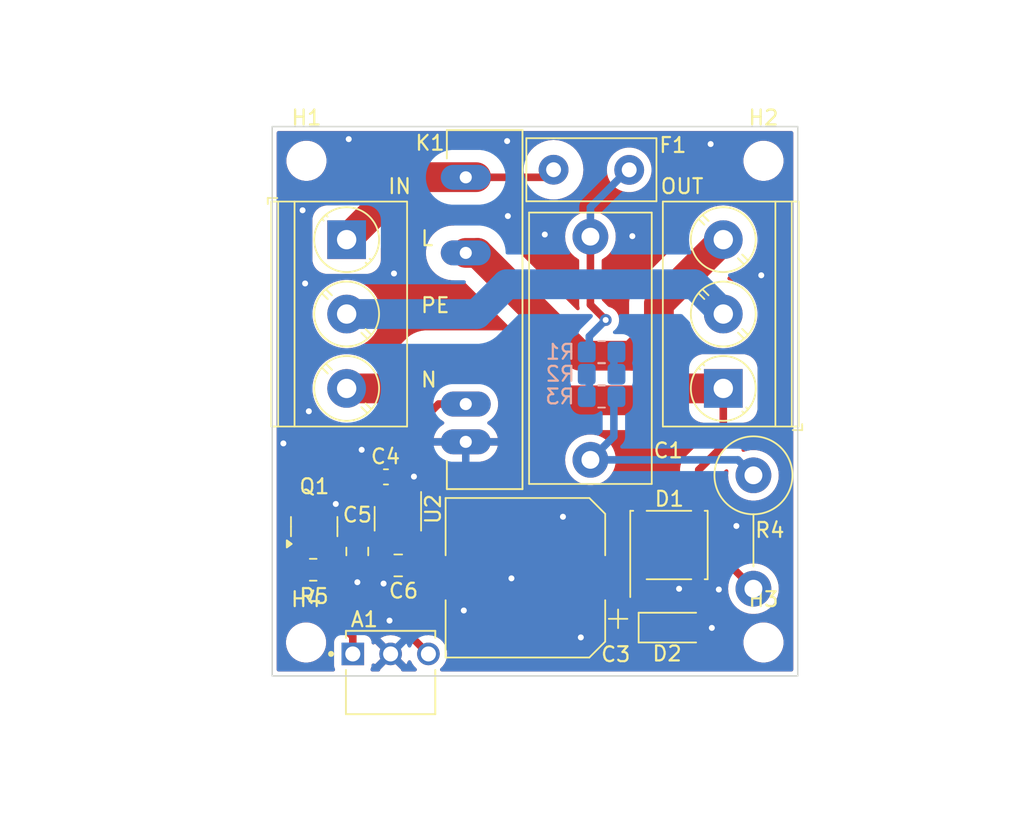
<source format=kicad_pcb>
(kicad_pcb (version 20240108) (generator "pcbnew") (generator_version "8.0")
  (title_block (date "2023-10-19") (comment 1 "https://aisler.net/p/HPFIOOUA") (comment 4 "AISLER Project ID: HPFIOOUA"))
  (layers (0 "F.Cu" mixed) (31 "B.Cu" mixed) (34 "B.Paste" user) (35 "F.Paste" user) (36 "B.SilkS" user "B.Silkscreen") (37 "F.SilkS" user "F.Silkscreen") (38 "B.Mask" user) (39 "F.Mask" user) (44 "Edge.Cuts" user))
  (net 0 "")
  (net 1 "Net-(C1-Pad1)")
  (net 2 "/N")
  (net 3 "/L")
  (net 4 "/PE")
  (net 5 "/L_LOAD")
  (net 6 "Net-(R2-Pad2)")
  (net 7 "Net-(C1-Pad2)")
  (net 8 "+5V")
  (net 9 "GND")
  (net 10 "+5VA")
  (net 11 "Net-(U2-BP)")
  (net 12 "Net-(A1-OUT)")
  (net 13 "Net-(D1-Pad4)")
  (net 14 "/IR receiver/SWITCH")
  (net 15 "Net-(R1-Pad2)")
  (footprint "MountingHole:MountingHole_2.2mm_M2_ISO14580" (layer "F.Cu") (at 87.6 37.1)
    (property "Reference" "H1" (at 0 -2.9 0) (layer "F.SilkS"))
    (property "Value" "MountingHole")
    (pad "" np_thru_hole circle (at 0 0) (size 2.2 2.2) (drill 2.2) (layers "*.Cu" "*.Mask"))
  )
  (footprint "Package_TO_SOT_SMD:SOT-23-5" (layer "F.Cu") (at 93.74 61.1575 -90)
    (property "Reference" "U2" (at -0.6525 -2.37 -90) (layer "F.SilkS"))
    (property "Value" "LP2985-5.0")
    (fp_line (start 0 1.56) (end -0.8 1.56) (stroke (width 0.12)) (layer "F.SilkS"))
    (fp_line (start 0 1.56) (end 0.8 1.56) (stroke (width 0.12)) (layer "F.SilkS"))
    (fp_line (start 0 -1.56) (end -1.8 -1.56) (stroke (width 0.12)) (layer "F.SilkS"))
    (fp_line (start 0 -1.56) (end 0.8 -1.56) (stroke (width 0.12)) (layer "F.SilkS"))
    (pad "1" smd roundrect (at -1.1375 -0.95 270) (size 1.325 0.6) (layers "F.Cu" "F.Paste" "F.Mask") (net 10 "+5VA"))
    (pad "2" smd roundrect (at -1.1375 0 270) (size 1.325 0.6) (layers "F.Cu" "F.Paste" "F.Mask") (net 9 "GND"))
    (pad "3" smd roundrect (at -1.1375 0.95 270) (size 1.325 0.6) (layers "F.Cu" "F.Paste" "F.Mask") (net 10 "+5VA"))
    (pad "4" smd roundrect (at 1.1375 0.95 270) (size 1.325 0.6) (layers "F.Cu" "F.Paste" "F.Mask") (net 11 "Net-(U2-BP)"))
    (pad "5" smd roundrect (at 1.1375 -0.95 270) (size 1.325 0.6) (layers "F.Cu" "F.Paste" "F.Mask") (net 8 "+5V"))
  )
  (footprint "Package_TO_SOT_SMD:SOT-23" (layer "F.Cu") (at 88.12 61.6875 90)
    (property "Reference" "Q1" (at 2.7025 0.01 0) (layer "F.SilkS"))
    (property "Value" "DMG2305UX")
    (fp_line (start 0.65 -1.56) (end 0 -1.56) (stroke (width 0.12)) (layer "F.SilkS"))
    (fp_line (start -0.65 -1.56) (end 0 -1.56) (stroke (width 0.12)) (layer "F.SilkS"))
    (fp_line (start 0.65 1.56) (end 0 1.56) (stroke (width 0.12)) (layer "F.SilkS"))
    (fp_line (start -0.65 1.56) (end 0 1.56) (stroke (width 0.12)) (layer "F.SilkS"))
    (fp_poly (pts (xy -1.1625 -1.51) (xy -1.4025 -1.84) (xy -0.9225 -1.84) (xy -1.1625 -1.51)) (stroke (width 0.12)) (fill solid) (layer "F.SilkS"))
    (pad "1" smd roundrect (at -0.9375 -0.95 90) (size 1.475 0.6) (layers "F.Cu" "F.Paste" "F.Mask") (net 12 "Net-(A1-OUT)"))
    (pad "2" smd roundrect (at -0.9375 0.95 90) (size 1.475 0.6) (layers "F.Cu" "F.Paste" "F.Mask") (net 8 "+5V"))
    (pad "3" smd roundrect (at 0.9375 0 90) (size 1.475 0.6) (layers "F.Cu" "F.Paste" "F.Mask") (net 14 "/IR receiver/SWITCH"))
  )
  (footprint "TerminalBlock_Phoenix:TerminalBlock_Phoenix_PT-1,5-3-5.0-H_1x03_P5.00mm_Horizontal" (layer "F.Cu") (at 115.6 52.4 90)
    (property "Reference" "J2" (hide yes))
    (property "Value" "1935174")
    (fp_line (start 12.56 -4.06) (end 12.56 5.06) (stroke (width 0.12)) (layer "F.SilkS"))
    (fp_line (start -2.56 -4.06) (end 12.56 -4.06) (stroke (width 0.12)) (layer "F.SilkS"))
    (fp_line (start -2.56 -4.06) (end -2.56 5.06) (stroke (width 0.12)) (layer "F.SilkS"))
    (fp_line (start 11.388 -1.654) (end 11.008 -1.274) (stroke (width 0.12)) (layer "F.SilkS"))
    (fp_line (start 6.388 -1.654) (end 6.008 -1.274) (stroke (width 0.12)) (layer "F.SilkS"))
    (fp_line (start 1.388 -1.654) (end 1.281 -1.547) (stroke (width 0.12)) (layer "F.SilkS"))
    (fp_line (start 11.654 -1.388) (end 11.259 -0.992) (stroke (width 0.12)) (layer "F.SilkS"))
    (fp_line (start 6.654 -1.388) (end 6.259 -0.992) (stroke (width 0.12)) (layer "F.SilkS"))
    (fp_line (start 1.654 -1.388) (end 1.547 -1.281) (stroke (width 0.12)) (layer "F.SilkS"))
    (fp_line (start 8.742 0.992) (end 8.347 1.388) (stroke (width 0.12)) (layer "F.SilkS"))
    (fp_line (start 3.742 0.992) (end 3.347 1.388) (stroke (width 0.12)) (layer "F.SilkS"))
    (fp_line (start 8.993 1.274) (end 8.613 1.654) (stroke (width 0.12)) (layer "F.SilkS"))
    (fp_line (start 3.993 1.274) (end 3.613 1.654) (stroke (width 0.12)) (layer "F.SilkS"))
    (fp_line (start -1.548 1.281) (end -1.654 1.388) (stroke (width 0.12)) (layer "F.SilkS"))
    (fp_line (start -1.282 1.547) (end -1.388 1.654) (stroke (width 0.12)) (layer "F.SilkS"))
    (fp_line (start -2.56 3.5) (end 12.56 3.5) (stroke (width 0.12)) (layer "F.SilkS"))
    (fp_line (start -2.56 4.6) (end 12.56 4.6) (stroke (width 0.12)) (layer "F.SilkS"))
    (fp_line (start -2.8 4.66) (end -2.8 5.3) (stroke (width 0.12)) (layer "F.SilkS"))
    (fp_line (start -2.56 5.06) (end 12.56 5.06) (stroke (width 0.12)) (layer "F.SilkS"))
    (fp_line (start -2.8 5.3) (end -2.4 5.3) (stroke (width 0.12)) (layer "F.SilkS"))
    (fp_circle (center 10 0) (end 12.18 0) (stroke (width 0.12)) (fill none) (layer "F.SilkS"))
    (fp_circle (center 5 0) (end 7.18 0) (stroke (width 0.12)) (fill none) (layer "F.SilkS"))
    (fp_circle (center 0 0) (end 2.18 0) (stroke (width 0.12)) (fill none) (layer "F.SilkS"))
    (pad "1" thru_hole rect (at 0 0 90) (size 2.6 2.6) (drill 1.3) (layers "*.Cu" "*.Mask") (net 2 "/N"))
    (pad "2" thru_hole circle (at 5 0 90) (size 2.6 2.6) (drill 1.3) (layers "*.Cu" "*.Mask") (net 4 "/PE"))
    (pad "3" thru_hole circle (at 10 0 90) (size 2.6 2.6) (drill 1.3) (layers "*.Cu" "*.Mask") (net 5 "/L_LOAD"))
  )
  (footprint "switch:XDCR_TSSP4038" (layer "F.Cu") (at 93.253 70.245)
    (property "Reference" "A1" (at -1.763 -2.32 0) (layer "F.SilkS"))
    (property "Value" "TSSP4038")
    (fp_line (start -3 -1.55) (end 3 -1.55) (stroke (width 0.127)) (layer "F.SilkS"))
    (fp_line (start -3 -1.08) (end -3 -1.55) (stroke (width 0.127)) (layer "F.SilkS"))
    (fp_line (start -3 4.05) (end -3 1.08) (stroke (width 0.127)) (layer "F.SilkS"))
    (fp_line (start 3 -1.55) (end 3 -1.08) (stroke (width 0.127)) (layer "F.SilkS"))
    (fp_line (start 3 4.05) (end -3 4.05) (stroke (width 0.127)) (layer "F.SilkS"))
    (fp_line (start 3 4.05) (end 3 1.08) (stroke (width 0.127)) (layer "F.SilkS"))
    (fp_circle (center -4 0) (end -3.9 0) (stroke (width 0.2)) (fill none) (layer "F.SilkS"))
    (pad "1" thru_hole rect (at -2.54 0) (size 1.518 1.518) (drill 1.01) (layers "*.Cu" "*.Mask") (net 12 "Net-(A1-OUT)"))
    (pad "2" thru_hole circle (at 0 0) (size 1.518 1.518) (drill 1.01) (layers "*.Cu" "*.Mask") (net 9 "GND"))
    (pad "3" thru_hole circle (at 2.54 0) (size 1.518 1.518) (drill 1.01) (layers "*.Cu" "*.Mask") (net 8 "+5V"))
  )
  (footprint "MountingHole:MountingHole_2.2mm_M2_ISO14580" (layer "F.Cu") (at 118.3 37.1)
    (property "Reference" "H2" (at 0 -2.9 0) (layer "F.SilkS"))
    (property "Value" "MountingHole")
    (pad "" np_thru_hole circle (at 0 0) (size 2.2 2.2) (drill 2.2) (layers "*.Cu" "*.Mask"))
  )
  (footprint "Capacitor_SMD:CP_Elec_10x12.5" (layer "F.Cu") (at 102.3075 65.125 180)
    (property "Reference" "C3" (at -6.0675 -5.15 0) (layer "F.SilkS"))
    (property "Value" "68u")
    (fp_line (start 5.36 5.36) (end 5.36 1.51) (stroke (width 0.12)) (layer "F.SilkS"))
    (fp_line (start 5.36 -5.36) (end 5.36 -1.51) (stroke (width 0.12)) (layer "F.SilkS"))
    (fp_line (start -4.295563 5.36) (end 5.36 5.36) (stroke (width 0.12)) (layer "F.SilkS"))
    (fp_line (start -4.295563 -5.36) (end 5.36 -5.36) (stroke (width 0.12)) (layer "F.SilkS"))
    (fp_line (start -5.36 4.295563) (end -4.295563 5.36) (stroke (width 0.12)) (layer "F.SilkS"))
    (fp_line (start -5.36 4.295563) (end -5.36 1.51) (stroke (width 0.12)) (layer "F.SilkS"))
    (fp_line (start -5.36 -4.295563) (end -4.295563 -5.36) (stroke (width 0.12)) (layer "F.SilkS"))
    (fp_line (start -5.36 -4.295563) (end -5.36 -1.51) (stroke (width 0.12)) (layer "F.SilkS"))
    (fp_line (start -6.225 -3.385) (end -6.225 -2.135) (stroke (width 0.12)) (layer "F.SilkS"))
    (fp_line (start -6.85 -2.76) (end -5.6 -2.76) (stroke (width 0.12)) (layer "F.SilkS"))
    (pad "1" smd roundrect (at -4.2 0 180) (size 4.4 2.5) (layers "F.Cu" "F.Paste" "F.Mask") (roundrect_rratio 0.1) (net 10 "+5VA"))
    (pad "2" smd roundrect (at 4.2 0 180) (size 4.4 2.5) (layers "F.Cu" "F.Paste" "F.Mask") (roundrect_rratio 0.1) (net 9 "GND"))
  )
  (footprint "Capacitor_SMD:C_0805_2012Metric" (layer "F.Cu") (at 93.765 64.295 180)
    (property "Reference" "C6" (at -0.355 -1.71 180) (layer "F.SilkS"))
    (property "Value" "2.2uF")
    (fp_line (start -0.261252 0.735) (end 0.261252 0.735) (stroke (width 0.12)) (layer "F.SilkS"))
    (fp_line (start -0.261252 -0.735) (end 0.261252 -0.735) (stroke (width 0.12)) (layer "F.SilkS"))
    (pad "1" smd roundrect (at -0.95 0 180) (size 1 1.45) (layers "F.Cu" "F.Paste" "F.Mask") (net 8 "+5V"))
    (pad "2" smd roundrect (at 0.95 0 180) (size 1 1.45) (layers "F.Cu" "F.Paste" "F.Mask") (net 9 "GND"))
  )
  (footprint "Resistor_SMD:R_0805_2012Metric" (layer "F.Cu") (at 88.0525 64.5875 180)
    (property "Reference" "R5" (at -0.0575 -1.7775 0) (layer "F.SilkS"))
    (property "Value" "100k")
    (fp_line (start 0.227064 0.735) (end -0.227064 0.735) (stroke (width 0.12)) (layer "F.SilkS"))
    (fp_line (start 0.227064 -0.735) (end -0.227064 -0.735) (stroke (width 0.12)) (layer "F.SilkS"))
    (pad "1" smd roundrect (at -0.9125 0 180) (size 1.025 1.4) (layers "F.Cu" "F.Paste" "F.Mask") (roundrect_rratio 0.243902439) (net 8 "+5V"))
    (pad "2" smd roundrect (at 0.9125 0 180) (size 1.025 1.4) (layers "F.Cu" "F.Paste" "F.Mask") (roundrect_rratio 0.243902439) (net 12 "Net-(A1-OUT)"))
  )
  (footprint "TerminalBlock_Phoenix:TerminalBlock_Phoenix_PT-1,5-3-5.0-H_1x03_P5.00mm_Horizontal" (layer "F.Cu") (at 90.3 42.4 -90)
    (property "Reference" "J1" (hide yes))
    (property "Value" "1935174")
    (fp_line (start -2.8 5.3) (end -2.4 5.3) (stroke (width 0.12)) (layer "F.SilkS"))
    (fp_line (start -2.56 5.06) (end 12.56 5.06) (stroke (width 0.12)) (layer "F.SilkS"))
    (fp_line (start -2.8 4.66) (end -2.8 5.3) (stroke (width 0.12)) (layer "F.SilkS"))
    (fp_line (start -2.56 4.6) (end 12.56 4.6) (stroke (width 0.12)) (layer "F.SilkS"))
    (fp_line (start -2.56 3.5) (end 12.56 3.5) (stroke (width 0.12)) (layer "F.SilkS"))
    (fp_line (start -1.282 1.547) (end -1.388 1.654) (stroke (width 0.12)) (layer "F.SilkS"))
    (fp_line (start -1.548 1.281) (end -1.654 1.388) (stroke (width 0.12)) (layer "F.SilkS"))
    (fp_line (start 3.993 1.274) (end 3.613 1.654) (stroke (width 0.12)) (layer "F.SilkS"))
    (fp_line (start 8.993 1.274) (end 8.613 1.654) (stroke (width 0.12)) (layer "F.SilkS"))
    (fp_line (start 3.742 0.992) (end 3.347 1.388) (stroke (width 0.12)) (layer "F.SilkS"))
    (fp_line (start 8.742 0.992) (end 8.347 1.388) (stroke (width 0.12)) (layer "F.SilkS"))
    (fp_line (start 1.654 -1.388) (end 1.547 -1.281) (stroke (width 0.12)) (layer "F.SilkS"))
    (fp_line (start 6.654 -1.388) (end 6.259 -0.992) (stroke (width 0.12)) (layer "F.SilkS"))
    (fp_line (start 11.654 -1.388) (end 11.259 -0.992) (stroke (width 0.12)) (layer "F.SilkS"))
    (fp_line (start 1.388 -1.654) (end 1.281 -1.547) (stroke (width 0.12)) (layer "F.SilkS"))
    (fp_line (start 6.388 -1.654) (end 6.008 -1.274) (stroke (width 0.12)) (layer "F.SilkS"))
    (fp_line (start 11.388 -1.654) (end 11.008 -1.274) (stroke (width 0.12)) (layer "F.SilkS"))
    (fp_line (start -2.56 -4.06) (end -2.56 5.06) (stroke (width 0.12)) (layer "F.SilkS"))
    (fp_line (start -2.56 -4.06) (end 12.56 -4.06) (stroke (width 0.12)) (layer "F.SilkS"))
    (fp_line (start 12.56 -4.06) (end 12.56 5.06) (stroke (width 0.12)) (layer "F.SilkS"))
    (fp_circle (center 0 0) (end 2.18 0) (stroke (width 0.12)) (fill none) (layer "F.SilkS"))
    (fp_circle (center 5 0) (end 7.18 0) (stroke (width 0.12)) (fill none) (layer "F.SilkS"))
    (fp_circle (center 10 0) (end 12.18 0) (stroke (width 0.12)) (fill none) (layer "F.SilkS"))
    (pad "1" thru_hole rect (at 0 0 270) (size 2.6 2.6) (drill 1.3) (layers "*.Cu" "*.Mask") (net 3 "/L"))
    (pad "2" thru_hole circle (at 5 0 270) (size 2.6 2.6) (drill 1.3) (layers "*.Cu" "*.Mask") (net 4 "/PE"))
    (pad "3" thru_hole circle (at 10 0 270) (size 2.6 2.6) (drill 1.3) (layers "*.Cu" "*.Mask") (net 2 "/N"))
  )
  (footprint "Resistor_THT:R_Axial_DIN0516_L15.5mm_D5.0mm_P7.62mm_Vertical" (layer "F.Cu") (at 117.625 58.24 -90)
    (property "Reference" "R4" (at 3.685 -1.1 180) (layer "F.SilkS"))
    (property "Value" "330")
    (fp_line (start 2.62 0) (end 6.12 0) (stroke (width 0.12)) (layer "F.SilkS"))
    (fp_circle (center 0 0) (end 2.62 0) (stroke (width 0.12)) (fill none) (layer "F.SilkS"))
    (pad "1" thru_hole circle (at 0 0 270) (size 2.4 2.4) (drill 1.2) (layers "*.Cu" "*.Mask") (net 7 "Net-(C1-Pad2)"))
    (pad "2" thru_hole oval (at 7.62 0 270) (size 2.4 2.4) (drill 1.2) (layers "*.Cu" "*.Mask") (net 13 "Net-(D1-Pad4)"))
  )
  (footprint "MountingHole:MountingHole_2.2mm_M2_ISO14580" (layer "F.Cu") (at 118.3 69.475)
    (property "Reference" "H3" (at 0 -2.9 0) (layer "F.SilkS"))
    (property "Value" "MountingHole")
    (pad "" np_thru_hole circle (at 0 0) (size 2.2 2.2) (drill 2.2) (layers "*.Cu" "*.Mask"))
  )
  (footprint "MountingHole:MountingHole_2.2mm_M2_ISO14580" (layer "F.Cu") (at 87.575 69.475)
    (property "Reference" "H4" (at 0 -2.9 0) (layer "F.SilkS"))
    (property "Value" "MountingHole")
    (pad "" np_thru_hole circle (at 0 0) (size 2.2 2.2) (drill 2.2) (layers "*.Cu" "*.Mask"))
  )
  (footprint "Capacitor_THT:C_Rect_L18.0mm_W8.0mm_P15.00mm_FKS3_FKP3" (layer "F.Cu") (at 106.675 42.2 -90)
    (property "Reference" "C1" (at 14.375 -5.225 0) (layer "F.SilkS"))
    (property "Value" "220nF")
    (fp_line (start -1.62 4.12) (end 16.62 4.12) (stroke (width 0.12)) (layer "F.SilkS"))
    (fp_line (start -1.62 -4.12) (end -1.62 4.12) (stroke (width 0.12)) (layer "F.SilkS"))
    (fp_line (start -1.62 -4.12) (end 16.62 -4.12) (stroke (width 0.12)) (layer "F.SilkS"))
    (fp_line (start 16.62 -4.12) (end 16.62 4.12) (stroke (width 0.12)) (layer "F.SilkS"))
    (pad "1" thru_hole circle (at 0 0 270) (size 2.4 2.4) (drill 1.2) (layers "*.Cu" "*.Mask") (net 1 "Net-(C1-Pad1)"))
    (pad "2" thru_hole circle (at 15 0 270) (size 2.4 2.4) (drill 1.2) (layers "*.Cu" "*.Mask") (net 7 "Net-(C1-Pad2)"))
  )
  (footprint "Diode_SMD:Diode_Bridge_Diotec_ABS" (layer "F.Cu") (at 111.95 62.925 90)
    (property "Reference" "D1" (at 3.1 0.025 180) (layer "F.SilkS"))
    (property "Value" "ABS6")
    (fp_line (start 2.3 -2.6) (end -3.5 -2.6) (stroke (width 0.12)) (layer "F.SilkS"))
    (fp_line (start 2.3 -2.4) (end 2.3 -2.6) (stroke (width 0.12)) (layer "F.SilkS"))
    (fp_line (start 2.3 -1.5) (end 2.3 1.5) (stroke (width 0.12)) (layer "F.SilkS"))
    (fp_line (start -2.3 1.5) (end -2.3 -1.5) (stroke (width 0.12)) (layer "F.SilkS"))
    (fp_line (start 2.3 2.4) (end 2.3 2.6) (stroke (width 0.12)) (layer "F.SilkS"))
    (fp_line (start 2.3 2.6) (end -2.3 2.6) (stroke (width 0.12)) (layer "F.SilkS"))
    (fp_line (start -2.3 2.6) (end -2.3 2.4) (stroke (width 0.12)) (layer "F.SilkS"))
    (pad "1" smd rect (at -2.975 -2 90) (size 1 0.7) (layers "F.Cu" "F.Paste" "F.Mask") (net 10 "+5VA"))
    (pad "2" smd rect (at -2.975 2 90) (size 1 0.7) (layers "F.Cu" "F.Paste" "F.Mask") (net 9 "GND"))
    (pad "3" smd rect (at 2.975 2 90) (size 1 0.7) (layers "F.Cu" "F.Paste" "F.Mask") (net 2 "/N"))
    (pad "4" smd rect (at 2.975 -2 90) (size 1 0.7) (layers "F.Cu" "F.Paste" "F.Mask") (net 13 "Net-(D1-Pad4)"))
  )
  (footprint "Fuse:Fuse_Littelfuse_395Series" (layer "F.Cu") (at 104.2 37.7)
    (property "Reference" "F1" (at 8.01 -1.65 0) (layer "F.SilkS"))
    (property "Value" "0.1A")
    (fp_line (start -1.83 -2.12) (end -1.83 2.12) (stroke (width 0.12)) (layer "F.SilkS"))
    (fp_line (start -1.83 -2.12) (end 6.91 -2.12) (stroke (width 0.12)) (layer "F.SilkS"))
    (fp_line (start 6.91 2.12) (end -1.83 2.12) (stroke (width 0.12)) (layer "F.SilkS"))
    (fp_line (start 6.91 2.12) (end 6.91 -2.12) (stroke (width 0.12)) (layer "F.SilkS"))
    (pad "1" thru_hole circle (at 0 0) (size 2 2) (drill 1) (layers "*.Cu" "*.Mask") (net 3 "/L"))
    (pad "2" thru_hole circle (at 5.08 0.01) (size 2 2) (drill 1) (layers "*.Cu" "*.Mask") (net 1 "Net-(C1-Pad1)"))
  )
  (footprint "switch:ASO242" (layer "F.Cu") (at 98.30145 47.1 -90)
    (property "Reference" "K1" (at -11.2 2.40145 0) (layer "F.SilkS"))
    (property "Value" "ASO242")
    (fp_line (start -12.065 1.27) (end -12.065 -3.81) (stroke (width 0.127)) (layer "F.SilkS"))
    (fp_line (start -10.16 1.27) (end -12.065 1.27) (stroke (width 0.127)) (layer "F.SilkS"))
    (fp_line (start 12.065 1.27) (end 10.16 1.27) (stroke (width 0.127)) (layer "F.SilkS"))
    (fp_line (start -12.065 -3.81) (end 12.065 -3.81) (stroke (width 0.127)) (layer "F.SilkS"))
    (fp_line (start 12.065 -3.81) (end 12.065 1.27) (stroke (width 0.127)) (layer "F.SilkS"))
    (pad "1" thru_hole oval (at -8.89 0 270) (size 1.6764 3.3528) (drill 0.8128) (layers "*.Cu" "*.Mask") (net 3 "/L"))
    (pad "2" thru_hole oval (at -3.81 0 270) (size 1.6764 3.3528) (drill 0.8128) (layers "*.Cu" "*.Mask") (net 5 "/L_LOAD"))
    (pad "3" thru_hole oval (at 6.35 0 270) (size 1.6764 3.3528) (drill 0.8128) (layers "*.Cu" "*.Mask") (net 14 "/IR receiver/SWITCH"))
    (pad "4" thru_hole oval (at 8.89 0 270) (size 1.6764 3.3528) (drill 0.8128) (layers "*.Cu" "*.Mask") (net 9 "GND"))
  )
  (footprint "Diode_SMD:D_SOD-123F" (layer "F.Cu") (at 112.125 68.475)
    (property "Reference" "D2" (at -0.3 1.75 0) (layer "F.SilkS"))
    (property "Value" "MM1Z4734A")
    (fp_line (start -2.21 -1) (end -2.21 1) (stroke (width 0.12)) (layer "F.SilkS"))
    (fp_line (start -2.21 -1) (end 1.65 -1) (stroke (width 0.12)) (layer "F.SilkS"))
    (fp_line (start -2.21 1) (end 1.65 1) (stroke (width 0.12)) (layer "F.SilkS"))
    (pad "1" smd roundrect (at -1.4 0) (size 1.1 1.1) (layers "F.Cu" "F.Paste" "F.Mask") (roundrect_rratio 0.2272727273) (net 10 "+5VA"))
    (pad "2" smd roundrect (at 1.4 0) (size 1.1 1.1) (layers "F.Cu" "F.Paste" "F.Mask") (roundrect_rratio 0.2272727273) (net 9 "GND"))
  )
  (footprint "Capacitor_SMD:C_0805_2012Metric" (layer "F.Cu") (at 91.015 63.3575 -90)
    (property "Reference" "C5" (at -2.4625 -0.005 180) (layer "F.SilkS"))
    (property "Value" "10nF")
    (fp_line (start -0.261252 0.735) (end 0.261252 0.735) (stroke (width 0.12)) (layer "F.SilkS"))
    (fp_line (start -0.261252 -0.735) (end 0.261252 -0.735) (stroke (width 0.12)) (layer "F.SilkS"))
    (pad "1" smd roundrect (at -0.95 0 270) (size 1 1.45) (layers "F.Cu" "F.Paste" "F.Mask") (net 11 "Net-(U2-BP)"))
    (pad "2" smd roundrect (at 0.95 0 270) (size 1 1.45) (layers "F.Cu" "F.Paste" "F.Mask") (net 9 "GND"))
  )
  (footprint "Capacitor_SMD:C_0603_1608Metric" (layer "F.Cu") (at 92.94 58.345)
    (property "Reference" "C4" (at -0.03 -1.37 0) (layer "F.SilkS"))
    (property "Value" "1u")
    (fp_line (start -0.14058 -0.51) (end 0.14058 -0.51) (stroke (width 0.12)) (layer "F.SilkS"))
    (fp_line (start -0.14058 0.51) (end 0.14058 0.51) (stroke (width 0.12)) (layer "F.SilkS"))
    (pad "1" smd roundrect (at -0.775 0) (size 0.9 0.95) (layers "F.Cu" "F.Paste" "F.Mask") (net 10 "+5VA"))
    (pad "2" smd roundrect (at 0.775 0) (size 0.9 0.95) (layers "F.Cu" "F.Paste" "F.Mask") (net 9 "GND"))
  )
  (footprint "Resistor_SMD:R_0805_2012Metric_Pad1.20x1.40mm_HandSolder" (layer "B.Cu") (at 107.425 52.95)
    (property "Reference" "R3" (at -2.8 0 180) (layer "B.SilkS") (effects (justify mirror)))
    (property "Value" "470k")
    (fp_line (start -0.227064 -0.735) (end 0.227064 -0.735) (stroke (width 0.12)) (layer "B.SilkS"))
    (fp_line (start -0.227064 0.735) (end 0.227064 0.735) (stroke (width 0.12)) (layer "B.SilkS"))
    (pad "1" smd roundrect (at -1 0) (size 1.2 1.4) (layers "B.Cu" "B.Paste" "B.Mask") (roundrect_rratio 0.2083333333) (net 6 "Net-(R2-Pad2)"))
    (pad "2" smd roundrect (at 1 0) (size 1.2 1.4) (layers "B.Cu" "B.Paste" "B.Mask") (roundrect_rratio 0.2083333333) (net 7 "Net-(C1-Pad2)"))
  )
  (footprint "Resistor_SMD:R_0805_2012Metric_Pad1.20x1.40mm_HandSolder" (layer "B.Cu") (at 107.425 51.45 180)
    (property "Reference" "R2" (at 2.775 0.025 0) (layer "B.SilkS") (effects (justify mirror)))
    (property "Value" "470k")
    (fp_line (start -0.227064 0.735) (end 0.227064 0.735) (stroke (width 0.12)) (layer "B.SilkS"))
    (fp_line (start -0.227064 -0.735) (end 0.227064 -0.735) (stroke (width 0.12)) (layer "B.SilkS"))
    (pad "1" smd roundrect (at -1 0 180) (size 1.2 1.4) (layers "B.Cu" "B.Paste" "B.Mask") (roundrect_rratio 0.2083333333) (net 15 "Net-(R1-Pad2)"))
    (pad "2" smd roundrect (at 1 0 180) (size 1.2 1.4) (layers "B.Cu" "B.Paste" "B.Mask") (roundrect_rratio 0.2083333333) (net 6 "Net-(R2-Pad2)"))
  )
  (footprint "Resistor_SMD:R_0805_2012Metric_Pad1.20x1.40mm_HandSolder" (layer "B.Cu") (at 107.425 49.95)
    (property "Reference" "R1" (at -2.775 0 180) (layer "B.SilkS") (effects (justify mirror)))
    (property "Value" "470k")
    (fp_line (start -0.227064 -0.735) (end 0.227064 -0.735) (stroke (width 0.12)) (layer "B.SilkS"))
    (fp_line (start -0.227064 0.735) (end 0.227064 0.735) (stroke (width 0.12)) (layer "B.SilkS"))
    (pad "1" smd roundrect (at -1 0) (size 1.2 1.4) (layers "B.Cu" "B.Paste" "B.Mask") (roundrect_rratio 0.2083333333) (net 1 "Net-(C1-Pad1)"))
    (pad "2" smd roundrect (at 1 0) (size 1.2 1.4) (layers "B.Cu" "B.Paste" "B.Mask") (roundrect_rratio 0.2083333333) (net 15 "Net-(R1-Pad2)"))
  )
  (gr_rect (start 85.3 34.8) (end 120.6 71.725) (stroke (width 0.1)) (fill none) (layer "Edge.Cuts"))
  (gr_text "L" (at 95.2 42.9 0) (layer "F.SilkS") (effects (font (size 1 1)) (justify left bottom)))
  (gr_text "OUT" (at 111.3 39.4 0) (layer "F.SilkS") (effects (font (size 1 1)) (justify left bottom)))
  (gr_text "IN" (at 93 39.4 0) (layer "F.SilkS") (effects (font (size 1 1)) (justify left bottom)))
  (gr_text "PE" (at 95.2 47.4 0) (layer "F.SilkS") (effects (font (size 1 1)) (justify left bottom)))
  (gr_text "N" (at 95.2 52.4 0) (layer "F.SilkS") (effects (font (size 1 1)) (justify left bottom)))
  (segment (start 107.7 47.8) (end 106.675 46.775) (width 0.508) (layer "F.Cu") (net 1))
  (segment (start 106.675 46.775) (end 106.675 42.2) (width 0.508) (layer "F.Cu") (net 1))
  (via (at 107.7 47.8) (size 0.8) (drill 0.4) (layers "F.Cu" "B.Cu") (net 1))
  (segment (start 106.6 49.95) (end 106.6 48.9) (width 0.508) (layer "B.Cu") (net 1))
  (segment (start 106.6 48.9) (end 107.7 47.8) (width 0.508) (layer "B.Cu") (net 1))
  (segment (start 106.675 40.225) (end 106.675 42.2) (width 0.508) (layer "B.Cu") (net 1))
  (segment (start 109.2 37.7) (end 106.675 40.225) (width 0.508) (layer "B.Cu") (net 1))
  (segment (start 111.542641 52.4) (end 115.6 52.4) (width 2) (layer "F.Cu") (net 2))
  (segment (start 113.95 59.95) (end 113.95 57.875) (width 0.508) (layer "F.Cu") (net 2))
  (segment (start 90.3 52.4) (end 93.792322 52.4) (width 2) (layer "F.Cu") (net 2))
  (segment (start 110.742641 53.2) (end 111.542641 52.4) (width 2) (layer "F.Cu") (net 2))
  (segment (start 104.732359 53.2) (end 110.742641 53.2) (width 2) (layer "F.Cu") (net 2))
  (segment (start 95.692322 50.5) (end 102.032359 50.5) (width 2) (layer "F.Cu") (net 2))
  (segment (start 102.032359 50.5) (end 104.732359 53.2) (width 2) (layer "F.Cu") (net 2))
  (segment (start 115.6 56.225) (end 115.6 52.4) (width 0.508) (layer "F.Cu") (net 2))
  (segment (start 93.792322 52.4) (end 95.692322 50.5) (width 2) (layer "F.Cu") (net 2))
  (segment (start 113.95 57.875) (end 115.6 56.225) (width 0.508) (layer "F.Cu") (net 2))
  (segment (start 104.2 37.7) (end 103.69 38.21) (width 0.508) (layer "F.Cu") (net 3))
  (segment (start 90.3 42.4) (end 94.5 38.2) (width 2) (layer "F.Cu") (net 3))
  (segment (start 94.5 38.2) (end 99 38.2) (width 2) (layer "F.Cu") (net 3))
  (segment (start 103.69 38.21) (end 98.30145 38.21) (width 0.508) (layer "F.Cu") (net 3))
  (segment (start 90.3 47.4) (end 99.043471 47.4) (width 2) (layer "B.Cu") (net 4))
  (segment (start 113.65 45.4) (end 115.6 47.35) (width 2) (layer "B.Cu") (net 4))
  (segment (start 99.043471 47.4) (end 101.043471 45.4) (width 2) (layer "B.Cu") (net 4))
  (segment (start 115.6 47.35) (end 115.6 47.4) (width 2) (layer "B.Cu") (net 4))
  (segment (start 101.043471 45.4) (end 113.65 45.4) (width 2) (layer "B.Cu") (net 4))
  (segment (start 98.30145 43.29) (end 99.09 43.29) (width 2) (layer "F.Cu") (net 5))
  (segment (start 111.275 48.425) (end 111.275 46.725) (width 2) (layer "F.Cu") (net 5))
  (segment (start 104.275 48.475) (end 104.275 48.5) (width 2) (layer "F.Cu") (net 5))
  (segment (start 111.275 46.725) (end 115.6 42.4) (width 2) (layer "F.Cu") (net 5))
  (segment (start 109.5 50.2) (end 111.275 48.425) (width 2) (layer "F.Cu") (net 5))
  (segment (start 104.275 48.5) (end 105.975 50.2) (width 2) (layer "F.Cu") (net 5))
  (segment (start 105.975 50.2) (end 109.5 50.2) (width 2) (layer "F.Cu") (net 5))
  (segment (start 99.09 43.29) (end 104.275 48.475) (width 2) (layer "F.Cu") (net 5))
  (segment (start 106.6 51.45) (end 106.6 52.95) (width 0.508) (layer "B.Cu") (net 6))
  (segment (start 108.25 52.95) (end 108.25 55.625) (width 0.508) (layer "B.Cu") (net 7))
  (segment (start 116.585 57.2) (end 117.625 58.24) (width 0.508) (layer "B.Cu") (net 7))
  (segment (start 108.25 55.625) (end 106.675 57.2) (width 0.508) (layer "B.Cu") (net 7))
  (segment (start 106.675 57.2) (end 116.585 57.2) (width 0.508) (layer "B.Cu") (net 7))
  (segment (start 88.95 65.695) (end 90.04 66.785) (width 0.508) (layer "F.Cu") (net 8))
  (segment (start 88.95 64.6025) (end 88.95 65.695) (width 0.508) (layer "F.Cu") (net 8))
  (segment (start 94.715 66.005) (end 94.715 69.167) (width 0.508) (layer "F.Cu") (net 8))
  (segment (start 90.04 66.785) (end 93.935 66.785) (width 0.508) (layer "F.Cu") (net 8))
  (segment (start 93.935 66.785) (end 94.715 66.005) (width 0.508) (layer "F.Cu") (net 8))
  (segment (start 94.715 69.167) (end 95.793 70.245) (width 0.508) (layer "F.Cu") (net 8))
  (segment (start 88.965 64.5875) (end 88.95 64.6025) (width 0.508) (layer "F.Cu") (net 8))
  (segment (start 89.07 62.625) (end 89.07 64.4825) (width 0.508) (layer "F.Cu") (net 8))
  (segment (start 94.69 62.295) (end 94.69 64.27) (width 0.508) (layer "F.Cu") (net 8))
  (segment (start 89.07 64.4825) (end 88.965 64.5875) (width 0.508) (layer "F.Cu") (net 8))
  (segment (start 94.715 64.295) (end 94.715 66.005) (width 0.508) (layer "F.Cu") (net 8))
  (segment (start 92.8025 64.3075) (end 92.815 64.295) (width 0.508) (layer "F.Cu") (net 9))
  (segment (start 93.74 58.37) (end 93.715 58.345) (width 0.508) (layer "F.Cu") (net 9))
  (via (at 98.17 67.325) (size 0.8) (drill 0.4) (layers "F.Cu" "B.Cu") (net 9))
  (via (at 92.78 65.515) (size 0.8) (drill 0.4) (layers "F.Cu" "B.Cu") (net 9))
  (via (at 93.48 44.675) (size 0.8) (drill 0.4) (layers "F.Cu" "B.Cu") (net 9))
  (via (at 109.49 42.165) (size 0.8) (drill 0.4) (layers "F.Cu" "B.Cu") (net 9))
  (via (at 89.57 60.165) (size 0.8) (drill 0.4) (layers "F.Cu" "B.Cu") (net 9))
  (via (at 87.51 45.345) (size 0.8) (drill 0.4) (layers "F.Cu" "B.Cu") (net 9))
  (via (at 114.83 68.495) (size 0.8) (drill 0.4) (layers "F.Cu" "B.Cu") (net 9))
  (via (at 93.18 68.005) (size 0.8) (drill 0.4) (layers "F.Cu" "B.Cu") (net 9))
  (via (at 116.48 61.645) (size 0.8) (drill 0.4) (layers "F.Cu" "B.Cu") (net 9))
  (via (at 90.44 35.645) (size 0.8) (drill 0.4) (layers "F.Cu" "B.Cu") (net 9))
  (via (at 101.08 35.775) (size 0.8) (drill 0.4) (layers "F.Cu" "B.Cu") (net 9))
  (via (at 101.13 40.815) (size 0.8) (drill 0.4) (layers "F.Cu" "B.Cu") (net 9))
  (via (at 91.02 65.425) (size 0.8) (drill 0.4) (layers "F.Cu" "B.Cu") (net 9))
  (via (at 103.61 42.055) (size 0.8) (drill 0.4) (layers "F.Cu" "B.Cu") (net 9))
  (via (at 118.15 44.795) (size 0.8) (drill 0.4) (layers "F.Cu" "B.Cu") (net 9))
  (via (at 114.75 35.975) (size 0.8) (drill 0.4) (layers "F.Cu" "B.Cu") (net 9))
  (via (at 101.37 65.165) (size 0.8) (drill 0.4) (layers "F.Cu" "B.Cu") (net 9))
  (via (at 87.76 53.935) (size 0.8) (drill 0.4) (layers "F.Cu" "B.Cu") (net 9))
  (via (at 86.05 56.095) (size 0.8) (drill 0.4) (layers "F.Cu" "B.Cu") (net 9))
  (via (at 106.03 69.135) (size 0.8) (drill 0.4) (layers "F.Cu" "B.Cu") (net 9))
  (via (at 87.34 40.425) (size 0.8) (drill 0.4) (layers "F.Cu" "B.Cu") (net 9))
  (via (at 115.3 65.915) (size 0.8) (drill 0.4) (layers "F.Cu" "B.Cu") (net 9))
  (via (at 94.82 58.325) (size 0.8) (drill 0.4) (layers "F.Cu" "B.Cu") (net 9))
  (via (at 112.63 65.865) (size 0.8) (drill 0.4) (layers "F.Cu" "B.Cu") (net 9))
  (via (at 104.83 61.025) (size 0.8) (drill 0.4) (layers "F.Cu" "B.Cu") (net 9))
  (via (at 91.31 56.525) (size 0.8) (drill 0.4) (layers "F.Cu" "B.Cu") (net 9))
  (segment (start 92.79 60.66721) (end 92.79 60.02) (width 0.508) (layer "F.Cu") (net 10))
  (segment (start 103.85 65.125) (end 106.5075 65.125) (width 0.508) (layer "F.Cu") (net 10))
  (segment (start 95.68 56.955) (end 103.85 65.125) (width 0.508) (layer "F.Cu") (net 10))
  (segment (start 92.165 58.345) (end 92.165 57.62) (width 0.508) (layer "F.Cu") (net 10))
  (segment (start 109.95 65.9) (end 107.2825 65.9) (width 0.508) (layer "F.Cu") (net 10))
  (segment (start 92.165 58.345) (end 92.0695 58.4405) (width 0.508) (layer "F.Cu") (net 10))
  (segment (start 94.181999 61.1905) (end 93.31329 61.1905) (width 0.508) (layer "F.Cu") (net 10))
  (segment (start 92.79 58.97) (end 92.165 58.345) (width 0.508) (layer "F.Cu") (net 10))
  (segment (start 107.2825 65.9) (end 106.5075 65.125) (width 0.508) (layer "F.Cu") (net 10))
  (segment (start 93.31329 61.1905) (end 92.79 60.66721) (width 0.508) (layer "F.Cu") (net 10))
  (segment (start 92.83 56.955) (end 95.68 56.955) (width 0.508) (layer "F.Cu") (net 10))
  (segment (start 94.69 60.682499) (end 94.181999 61.1905) (width 0.508) (layer "F.Cu") (net 10))
  (segment (start 109.95 67.7) (end 110.725 68.475) (width 0.508) (layer "F.Cu") (net 10))
  (segment (start 109.95 65.9) (end 109.95 67.7) (width 0.508) (layer "F.Cu") (net 10))
  (segment (start 92.165 57.62) (end 92.83 56.955) (width 0.508) (layer "F.Cu") (net 10))
  (segment (start 92.79 60.02) (end 92.79 58.97) (width 0.508) (layer "F.Cu") (net 10))
  (segment (start 92.79 62.295) (end 91.1275 62.295) (width 0.508) (layer "F.Cu") (net 11))
  (segment (start 91.1275 62.295) (end 91.015 62.4075) (width 0.508) (layer "F.Cu") (net 11))
  (segment (start 87.14 62.655) (end 87.17 62.625) (width 0.508) (layer "F.Cu") (net 12))
  (segment (start 90.713 69.078) (end 87.14 65.505) (width 0.508) (layer "F.Cu") (net 12))
  (segment (start 87.14 65.505) (end 87.14 64.5875) (width 0.508) (layer "F.Cu") (net 12))
  (segment (start 90.713 70.245) (end 90.713 69.078) (width 0.508) (layer "F.Cu") (net 12))
  (segment (start 87.14 64.5875) (end 87.14 62.655) (width 0.508) (layer "F.Cu") (net 12))
  (segment (start 115.115 63.35) (end 111.4 63.35) (width 0.508) (layer "F.Cu") (net 13))
  (segment (start 111.4 63.35) (end 109.95 61.9) (width 0.508) (layer "F.Cu") (net 13))
  (segment (start 109.95 61.9) (end 109.95 59.95) (width 0.508) (layer "F.Cu") (net 13))
  (segment (start 117.625 65.86) (end 115.115 63.35) (width 0.508) (layer "F.Cu") (net 13))
  (segment (start 88.12 60.75) (end 88.12 57.745) (width 0.508) (layer "F.Cu") (net 14))
  (segment (start 94.7 55.225) (end 96.475 53.45) (width 0.508) (layer "F.Cu") (net 14))
  (segment (start 96.475 53.45) (end 98.30145 53.45) (width 0.508) (layer "F.Cu") (net 14))
  (segment (start 88.12 57.745) (end 90.64 55.225) (width 0.508) (layer "F.Cu") (net 14))
  (segment (start 90.64 55.225) (end 94.7 55.225) (width 0.508) (layer "F.Cu") (net 14))
  (segment (start 108.25 49.95) (end 108.25 51.45) (width 0.508) (layer "B.Cu") (net 15))
  (zone (net 9) (net_name "GND") (layers "F&B.Cu") (name "Fill") (connect_pads (clearance 0.5)) (min_thickness 0.25) (fill yes (thermal_gap 0.5) (thermal_bridge_width 0.5) (island_removal_mode 1) (island_area_min 10))
    (polygon (pts (xy 82.4 33.1) (xy 82.275 72.95) (xy 122.175 72.95) (xy 122.2 33.1)))
  )
)
</source>
